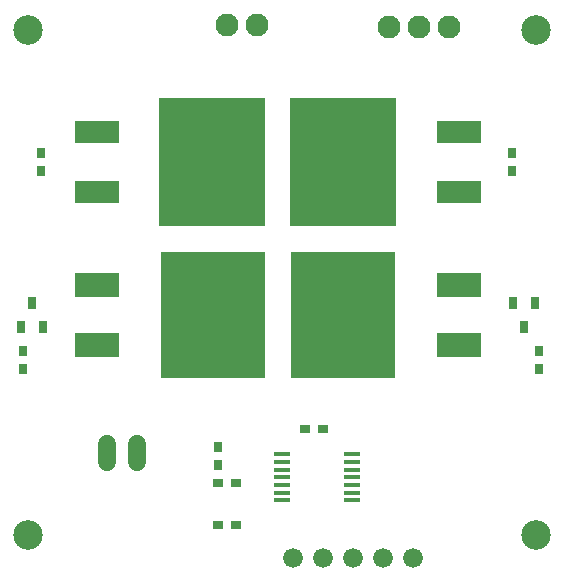
<source format=gbr>
G04 EAGLE Gerber RS-274X export*
G75*
%MOMM*%
%FSLAX34Y34*%
%LPD*%
%INSoldermask Top*%
%IPPOS*%
%AMOC8*
5,1,8,0,0,1.08239X$1,22.5*%
G01*
%ADD10C,2.500000*%
%ADD11R,3.810000X2.080000*%
%ADD12R,8.890000X10.668000*%
%ADD13R,3.800000X1.900000*%
%ADD14R,9.000000X10.800000*%
%ADD15R,0.635000X1.016000*%
%ADD16R,0.800000X0.900000*%
%ADD17C,1.950000*%
%ADD18R,1.475000X0.450000*%
%ADD19R,0.900000X0.800000*%
%ADD20C,1.676400*%
%ADD21C,1.524000*%


D10*
X40000Y40000D03*
X470000Y40000D03*
X40000Y467968D03*
X469900Y467868D03*
D11*
X98550Y251460D03*
D12*
X196340Y226060D03*
D11*
X98550Y200660D03*
D13*
X98140Y381100D03*
D14*
X195990Y355600D03*
D13*
X98140Y330100D03*
D15*
X43180Y236060D03*
X52680Y216060D03*
X33680Y216060D03*
D16*
X35560Y180340D03*
X35560Y195580D03*
X50800Y363220D03*
X50800Y347980D03*
D11*
X404370Y200660D03*
D12*
X306580Y226060D03*
D11*
X404370Y251460D03*
D13*
X404780Y330100D03*
D14*
X306930Y355600D03*
D13*
X404780Y381100D03*
D15*
X459740Y216060D03*
X450240Y236060D03*
X469240Y236060D03*
D16*
X472440Y180340D03*
X472440Y195580D03*
X449580Y347980D03*
X449580Y363220D03*
D17*
X370840Y469900D03*
X396240Y469900D03*
X345440Y469900D03*
D18*
X255100Y108400D03*
X255100Y101900D03*
X255100Y95400D03*
X255100Y88900D03*
X255100Y82400D03*
X255100Y75900D03*
X255100Y69400D03*
X313860Y69400D03*
X313860Y75900D03*
X313860Y82400D03*
X313860Y88900D03*
X313860Y95400D03*
X313860Y101900D03*
X313860Y108400D03*
D16*
X200660Y99060D03*
X200660Y114300D03*
D19*
X200660Y83820D03*
X215900Y83820D03*
X200660Y48260D03*
X215900Y48260D03*
X274320Y129540D03*
X289560Y129540D03*
D20*
X264160Y20320D03*
X289560Y20320D03*
X314960Y20320D03*
X340360Y20320D03*
X365760Y20320D03*
D17*
X208280Y471424D03*
X233680Y471424D03*
D21*
X132080Y116840D02*
X132080Y101600D01*
X106680Y101600D02*
X106680Y116840D01*
M02*

</source>
